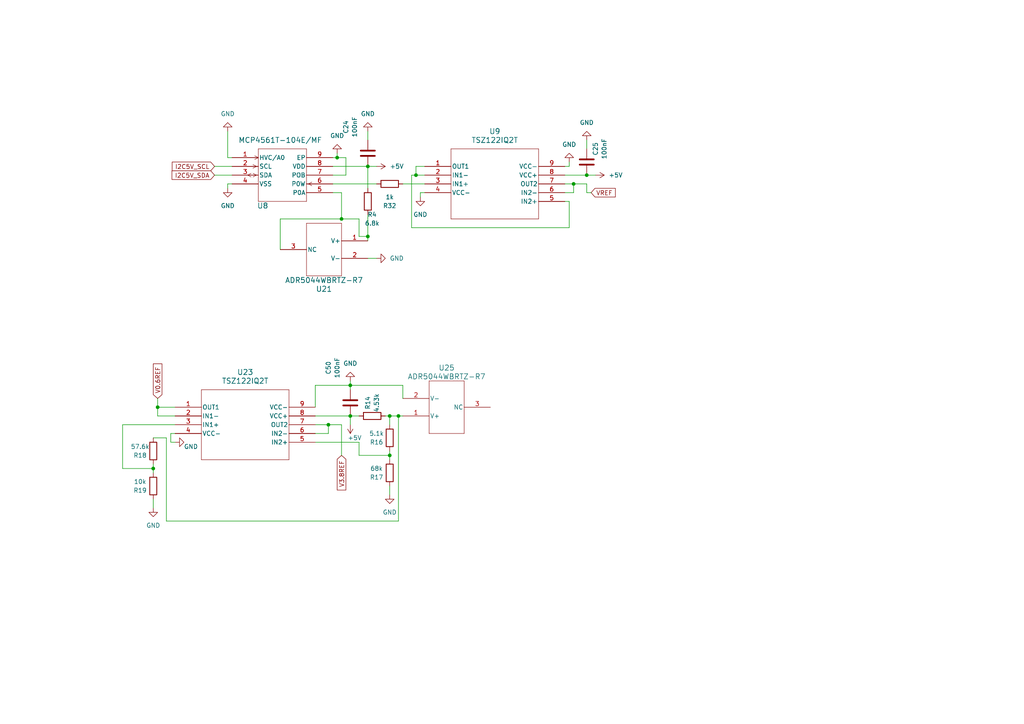
<source format=kicad_sch>
(kicad_sch (version 20230121) (generator eeschema)
  (paper "A4")
  (lib_symbols
    (symbol "0A_ADR5044WBRTZ-R7:ADR5044WBRTZ-R7" (pin_names (offset 0.254))
      (property "Reference" "U" (at 12.7 10.16 0))
      (property "Value" "ADR5044WBRTZ-R7" (at 12.7 7.62 0))
      (symbol "ADR5044WBRTZ-R7_0_1"
        (polyline (pts (xy 7.62 -10.16) (xy 17.78 -10.16)) (stroke (width 0.127)))
        (polyline (pts (xy 7.62 5.08) (xy 7.62 -10.16)) (stroke (width 0.127)))
        (polyline (pts (xy 17.78 -10.16) (xy 17.78 5.08)) (stroke (width 0.127)))
        (polyline (pts (xy 17.78 5.08) (xy 7.62 5.08)) (stroke (width 0.127)))
        (pin unspecified line (at 0 0 0) (length 7.62) (name "V+") (number "1"))
        (pin unspecified line (at 0 -5.08 0) (length 7.62) (name "V-") (number "2"))
        (pin unspecified line (at 25.4 -2.54 180) (length 7.62) (name "NC") (number "3"))
      )
    )
    (symbol "0A_MCP4561T_104E_MF:MCP4561T-104E_MF" (pin_names (offset 0.254))
      (property "Reference" "U6" (at 28.9179 10.16 0))
      (property "Value" "MCP4561T-104E/MF" (at 28.9179 7.62 0))
      (symbol "MCP4561T-104E_MF_0_1"
        (polyline (pts (xy 5.5372 -3.0607) (xy 4.4958 -2.54)) (stroke (width 0.127)))
        (polyline (pts (xy 5.5372 -2.0193) (xy 4.4958 -2.54)) (stroke (width 0.127)))
        (polyline (pts (xy 7.0993 -2.54) (xy 6.0579 -3.0607)) (stroke (width 0.127)))
        (polyline (pts (xy 7.0993 -2.54) (xy 6.0579 -2.0193)) (stroke (width 0.127)))
        (polyline (pts (xy 7.0993 0) (xy 6.0579 -0.5207)) (stroke (width 0.127)))
        (polyline (pts (xy 7.0993 0) (xy 6.0579 0.5207)) (stroke (width 0.127)))
        (polyline (pts (xy 7.62 -10.16) (xy 21.59 -10.16)) (stroke (width 0.127)))
        (polyline (pts (xy 7.62 2.54) (xy 6.5786 2.0193)) (stroke (width 0.127)))
        (polyline (pts (xy 7.62 2.54) (xy 6.5786 3.0607)) (stroke (width 0.127)))
        (polyline (pts (xy 7.62 5.08) (xy 7.62 -10.16)) (stroke (width 0.127)))
        (polyline (pts (xy 21.59 -10.16) (xy 21.59 5.08)) (stroke (width 0.127)))
        (polyline (pts (xy 21.59 5.08) (xy 7.62 5.08)) (stroke (width 0.127)))
        (polyline (pts (xy 22.1107 -5.08) (xy 23.1521 -5.6007)) (stroke (width 0.127)))
        (polyline (pts (xy 22.1107 -5.08) (xy 23.1521 -4.5593)) (stroke (width 0.127)))
        (pin input line (at 0 2.54 0) (length 7.62) (name "HVC/A0") (number "1"))
        (pin input line (at 0 0 0) (length 7.62) (name "SCL") (number "2"))
        (pin bidirectional line (at 0 -2.54 0) (length 7.62) (name "SDA") (number "3"))
        (pin power_in line (at 0 -5.08 0) (length 7.62) (name "VSS") (number "4"))
        (pin unspecified line (at 29.21 -7.62 180) (length 7.62) (name "P0A") (number "5"))
        (pin unspecified line (at 29.21 -5.08 180) (length 7.62) (name "P0W") (number "6"))
        (pin input line (at 29.21 -2.54 180) (length 7.62) (name "POB") (number "7"))
        (pin power_in line (at 29.21 0 180) (length 7.62) (name "VDD") (number "8"))
        (pin unspecified line (at 29.21 2.54 180) (length 7.62) (name "EP") (number "9"))
      )
    )
    (symbol "0A_TSZ122IQ2T:TSZ122IQ2T" (pin_names (offset 0.254))
      (property "Reference" "U" (at 20.32 10.16 0))
      (property "Value" "TSZ122IQ2T" (at 20.32 7.62 0))
      (symbol "TSZ122IQ2T_0_1"
        (polyline (pts (xy 7.62 -15.24) (xy 33.02 -15.24)) (stroke (width 0.127)))
        (polyline (pts (xy 7.62 5.08) (xy 7.62 -15.24)) (stroke (width 0.127)))
        (polyline (pts (xy 33.02 -15.24) (xy 33.02 5.08)) (stroke (width 0.127)))
        (polyline (pts (xy 33.02 5.08) (xy 7.62 5.08)) (stroke (width 0.127)))
        (pin output line (at 0 0 0) (length 7.62) (name "OUT1") (number "1"))
        (pin input line (at 0 -2.54 0) (length 7.62) (name "IN1-") (number "2"))
        (pin input line (at 0 -5.08 0) (length 7.62) (name "IN1+") (number "3"))
        (pin power_in line (at 0 -7.62 0) (length 7.62) (name "VCC-") (number "4"))
        (pin input line (at 40.64 -10.16 180) (length 7.62) (name "IN2+") (number "5"))
        (pin input line (at 40.64 -7.62 180) (length 7.62) (name "IN2-") (number "6"))
        (pin output line (at 40.64 -5.08 180) (length 7.62) (name "OUT2") (number "7"))
        (pin power_in line (at 40.64 -2.54 180) (length 7.62) (name "VCC+") (number "8"))
        (pin power_in line (at 40.64 0 180) (length 7.62) (name "VCC-") (number "9"))
      )
    )
    (symbol "Device:C" (pin_numbers hide) (pin_names (offset 0.254))
      (property "Reference" "C" (at 0.635 2.54 0))
      (property "Value" "C" (at 0.635 -2.54 0))
      (symbol "C_0_1"
        (polyline (pts (xy -2.032 -0.762) (xy 2.032 -0.762)) (stroke (width 0.508)))
        (polyline (pts (xy -2.032 0.762) (xy 2.032 0.762)) (stroke (width 0.508)))
      )
      (symbol "C_1_1"
        (pin passive line (at 0 3.81 270) (length 2.794) (name "~") (number "1"))
        (pin passive line (at 0 -3.81 90) (length 2.794) (name "~") (number "2"))
      )
    )
    (symbol "Device:R" (pin_numbers hide) (pin_names (offset 0))
      (property "Reference" "R" (at 2.032 0 90))
      (property "Value" "R" (at 0 0 90))
      (symbol "R_0_1"
        (rectangle (start -1.016 -2.54) (end 1.016 2.54) (stroke (width 0.254)))
      )
      (symbol "R_1_1"
        (pin passive line (at 0 3.81 270) (length 1.27) (name "~") (number "1"))
        (pin passive line (at 0 -3.81 90) (length 1.27) (name "~") (number "2"))
      )
    )
    (symbol "power:+5V" (power) (pin_names (offset 0))
      (property "Value" "+5V" (at 0 3.556 0))
      (symbol "+5V_0_1"
        (polyline (pts (xy -0.762 1.27) (xy 0 2.54)))
        (polyline (pts (xy 0 0) (xy 0 2.54)))
        (polyline (pts (xy 0 2.54) (xy 0.762 1.27)))
      )
      (symbol "+5V_1_1"
        (pin power_in line (at 0 0 90) (length 0) hide (name "+5V") (number "1"))
      )
    )
    (symbol "power:GND" (power) (pin_names (offset 0))
      (property "Value" "GND" (at 0 -3.81 0))
      (symbol "GND_0_1"
        (polyline (pts (xy 0 0) (xy 0 -1.27) (xy 1.27 -1.27) (xy 0 -2.54) (xy -1.27 -1.27) (xy 0 -1.27)))
      )
      (symbol "GND_1_1"
        (pin power_in line (at 0 0 270) (length 0) hide (name "GND") (number "1"))
      )
    )
  )
  (junction (at 120.65 50.8))
  (junction (at 113.03 132.08))
  (junction (at 166.37 53.34))
  (junction (at 115.57 120.65))
  (junction (at 106.68 48.26))
  (junction (at 106.68 68.58))
  (junction (at 45.72 118.11))
  (junction (at 101.6 120.65))
  (junction (at 170.18 50.8))
  (junction (at 99.06 63.5))
  (junction (at 101.6 111.76))
  (junction (at 95.25 123.19))
  (junction (at 44.45 135.89))
  (junction (at 113.03 120.65))
  (junction (at 97.79 45.72))
  (wire (pts (xy 113.03 120.65) (xy 115.57 120.65)))
  (wire (pts (xy 99.06 123.19) (xy 95.25 123.19)))
  (wire (pts (xy 166.37 55.88) (xy 166.37 53.34)))
  (wire (pts (xy 120.65 50.8) (xy 119.38 50.8)))
  (wire (pts (xy 106.68 48.26) (xy 109.22 48.26)))
  (wire (pts (xy 99.06 132.08) (xy 99.06 123.19)))
  (wire (pts (xy 95.25 123.19) (xy 91.44 123.19)))
  (wire (pts (xy 104.14 132.08) (xy 113.03 132.08)))
  (wire (pts (xy 101.6 120.65) (xy 104.14 120.65)))
  (wire (pts (xy 97.79 45.72) (xy 96.52 45.72)))
  (wire (pts (xy 116.84 53.34) (xy 123.19 53.34)))
  (wire (pts (xy 49.53 128.27) (xy 50.8 128.27)))
  (wire (pts (xy 91.44 120.65) (xy 101.6 120.65)))
  (wire (pts (xy 35.56 135.89) (xy 35.56 123.19)))
  (wire (pts (xy 67.31 45.72) (xy 66.04 45.72)))
  (wire (pts (xy 35.56 135.89) (xy 44.45 135.89)))
  (wire (pts (xy 106.68 74.93) (xy 109.22 74.93)))
  (wire (pts (xy 91.44 125.73) (xy 95.25 125.73)))
  (wire (pts (xy 113.03 140.97) (xy 113.03 143.51)))
  (wire (pts (xy 115.57 120.65) (xy 116.84 120.65)))
  (wire (pts (xy 45.72 118.11) (xy 50.8 118.11)))
  (wire (pts (xy 91.44 111.76) (xy 101.6 111.76)))
  (wire (pts (xy 101.6 110.49) (xy 101.6 111.76)))
  (wire (pts (xy 113.03 130.81) (xy 113.03 132.08)))
  (wire (pts (xy 44.45 144.78) (xy 44.45 147.32)))
  (wire (pts (xy 101.6 111.76) (xy 101.6 113.03)))
  (wire (pts (xy 81.28 72.39) (xy 81.28 63.5)))
  (wire (pts (xy 165.1 58.42) (xy 163.83 58.42)))
  (wire (pts (xy 113.03 120.65) (xy 113.03 123.19)))
  (wire (pts (xy 100.33 50.8) (xy 100.33 45.72)))
  (wire (pts (xy 170.18 55.88) (xy 170.18 53.34)))
  (wire (pts (xy 165.1 66.04) (xy 165.1 58.42)))
  (wire (pts (xy 99.06 55.88) (xy 99.06 63.5)))
  (wire (pts (xy 106.68 68.58) (xy 106.68 69.85)))
  (wire (pts (xy 119.38 50.8) (xy 119.38 66.04)))
  (wire (pts (xy 50.8 120.65) (xy 45.72 120.65)))
  (wire (pts (xy 101.6 120.65) (xy 101.6 123.19)))
  (wire (pts (xy 163.83 50.8) (xy 170.18 50.8)))
  (wire (pts (xy 66.04 38.1) (xy 66.04 45.72)))
  (wire (pts (xy 96.52 50.8) (xy 100.33 50.8)))
  (wire (pts (xy 116.84 111.76) (xy 101.6 111.76)))
  (wire (pts (xy 104.14 63.5) (xy 104.14 68.58)))
  (wire (pts (xy 120.65 50.8) (xy 120.65 48.26)))
  (wire (pts (xy 44.45 135.89) (xy 44.45 137.16)))
  (wire (pts (xy 96.52 48.26) (xy 106.68 48.26)))
  (wire (pts (xy 104.14 68.58) (xy 106.68 68.58)))
  (wire (pts (xy 100.33 45.72) (xy 97.79 45.72)))
  (wire (pts (xy 171.45 55.88) (xy 170.18 55.88)))
  (wire (pts (xy 49.53 125.73) (xy 49.53 128.27)))
  (wire (pts (xy 106.68 48.26) (xy 106.68 54.61)))
  (wire (pts (xy 170.18 40.64) (xy 170.18 43.18)))
  (wire (pts (xy 123.19 55.88) (xy 121.92 55.88)))
  (wire (pts (xy 91.44 128.27) (xy 104.14 128.27)))
  (wire (pts (xy 165.1 46.99) (xy 165.1 48.26)))
  (wire (pts (xy 104.14 128.27) (xy 104.14 132.08)))
  (wire (pts (xy 96.52 53.34) (xy 109.22 53.34)))
  (wire (pts (xy 106.68 62.23) (xy 106.68 68.58)))
  (wire (pts (xy 97.79 44.45) (xy 97.79 45.72)))
  (wire (pts (xy 62.23 48.26) (xy 67.31 48.26)))
  (wire (pts (xy 44.45 134.62) (xy 44.45 135.89)))
  (wire (pts (xy 116.84 115.57) (xy 116.84 111.76)))
  (wire (pts (xy 115.57 151.13) (xy 115.57 120.65)))
  (wire (pts (xy 121.92 55.88) (xy 121.92 57.15)))
  (wire (pts (xy 48.26 151.13) (xy 115.57 151.13)))
  (wire (pts (xy 113.03 132.08) (xy 113.03 133.35)))
  (wire (pts (xy 120.65 48.26) (xy 123.19 48.26)))
  (wire (pts (xy 66.04 53.34) (xy 66.04 54.61)))
  (wire (pts (xy 95.25 125.73) (xy 95.25 123.19)))
  (wire (pts (xy 50.8 125.73) (xy 49.53 125.73)))
  (wire (pts (xy 170.18 53.34) (xy 166.37 53.34)))
  (wire (pts (xy 48.26 127) (xy 48.26 151.13)))
  (wire (pts (xy 123.19 50.8) (xy 120.65 50.8)))
  (wire (pts (xy 170.18 50.8) (xy 172.72 50.8)))
  (wire (pts (xy 111.76 120.65) (xy 113.03 120.65)))
  (wire (pts (xy 163.83 55.88) (xy 166.37 55.88)))
  (wire (pts (xy 165.1 48.26) (xy 163.83 48.26)))
  (wire (pts (xy 99.06 63.5) (xy 104.14 63.5)))
  (wire (pts (xy 91.44 118.11) (xy 91.44 111.76)))
  (wire (pts (xy 119.38 66.04) (xy 165.1 66.04)))
  (wire (pts (xy 44.45 127) (xy 48.26 127)))
  (wire (pts (xy 166.37 53.34) (xy 163.83 53.34)))
  (wire (pts (xy 67.31 53.34) (xy 66.04 53.34)))
  (wire (pts (xy 45.72 120.65) (xy 45.72 118.11)))
  (wire (pts (xy 96.52 55.88) (xy 99.06 55.88)))
  (wire (pts (xy 106.68 38.1) (xy 106.68 40.64)))
  (wire (pts (xy 35.56 123.19) (xy 50.8 123.19)))
  (wire (pts (xy 62.23 50.8) (xy 67.31 50.8)))
  (wire (pts (xy 81.28 63.5) (xy 99.06 63.5)))
  (wire (pts (xy 45.72 115.57) (xy 45.72 118.11)))
  (global_label "I2C5V_SCL" (shape input) (at 62.23 48.26 180) (property "Intersheetrefs" "${INTERSHEET_REFS}" (effects hide)))
  (global_label "I2C5V_SDA" (shape input) (at 62.23 50.8 180) (property "Intersheetrefs" "${INTERSHEET_REFS}" (effects hide)))
  (global_label "VREF" (shape input) (at 171.45 55.88 0) (property "Intersheetrefs" "${INTERSHEET_REFS}" (effects hide)))
  (global_label "V3.8REF" (shape input) (at 99.06 132.08 270) (property "Intersheetrefs" "${INTERSHEET_REFS}" (effects hide)))
  (global_label "V0.6REF" (shape input) (at 45.72 115.57 90) (property "Intersheetrefs" "${INTERSHEET_REFS}" (effects hide)))
  (symbol (lib_id "power:GND") (at 109.22 74.93 90) (unit 1)
    (property "Reference" "#PWR083" (effects hide))
    (property "Value" "GND" (at 113.03 74.93 90) (effects (justify right)))
  )
  (symbol (lib_id "power:GND") (at 106.68 38.1 180) (unit 1)
    (property "Reference" "#PWR051" (effects hide))
    (property "Value" "GND" (at 106.68 33.02 0))
  )
  (symbol (lib_id "Device:C") (at 106.68 44.45 180) (unit 1)
    (property "Reference" "C24" (at 100.33 36.83 90))
    (property "Value" "100nF" (at 102.87 36.83 90))
    (property "Footprint" "Capacitor_SMD:C_0805_2012Metric" (effects hide))
  )
  (symbol (lib_id "Device:C") (at 170.18 46.99 180) (unit 1)
    (property "Reference" "C25" (at 172.72 43.18 90))
    (property "Value" "100nF" (at 175.26 43.18 90))
    (property "Footprint" "Capacitor_SMD:C_0805_2012Metric" (effects hide))
  )
  (symbol (lib_id "power:GND") (at 66.04 38.1 180) (unit 1)
    (property "Reference" "#PWR010" (effects hide))
    (property "Value" "GND" (at 66.04 33.02 0))
  )
  (symbol (lib_id "0A_ADR5044WBRTZ-R7:ADR5044WBRTZ-R7") (at 116.84 120.65 0) (mirror x) (unit 1)
    (property "Reference" "U25" (at 129.54 106.68 0) (effects (font (size 1.524 1.524))))
    (property "Value" "ADR5044WBRTZ-R7" (at 129.54 109.22 0) (effects (font (size 1.524 1.524))))
    (property "Footprint" "0A_ADR5044WBRTZ-R7:RT_3_ADI" (effects hide))
    (property "Datasheet" "ADR5044WBRTZ-R7" (effects hide))
  )
  (symbol (lib_id "0A_MCP4561T_104E_MF:MCP4561T-104E_MF") (at 67.31 48.26 0) (unit 1)
    (property "Reference" "U8" (at 76.2 59.69 0) (effects (font (size 1.524 1.524))))
    (property "Value" "MCP4561T-104E/MF" (at 81.28 40.64 0) (effects (font (size 1.524 1.524))))
    (property "Footprint" "DFN8_3x3MC_MCH" (effects hide))
    (property "Datasheet" "MCP4561T-104E/MF" (effects hide))
  )
  (symbol (lib_id "power:GND") (at 121.92 57.15 0) (unit 1)
    (property "Reference" "#PWR053" (effects hide))
    (property "Value" "GND" (at 121.92 62.23 0))
  )
  (symbol (lib_id "power:GND") (at 113.03 143.51 0) (unit 1)
    (property "Reference" "#PWR022" (effects hide))
    (property "Value" "GND" (at 113.03 148.59 0))
  )
  (symbol (lib_id "power:+5V") (at 109.22 48.26 270) (unit 1)
    (property "Reference" "#PWR052" (effects hide))
    (property "Value" "+5V" (at 113.03 48.26 90) (effects (justify left)))
  )
  (symbol (lib_id "Device:R") (at 113.03 137.16 0) (unit 1)
    (property "Reference" "R17" (at 109.22 138.43 0))
    (property "Value" "68k" (at 109.22 135.89 0))
    (property "Footprint" "Resistor_SMD:R_0805_2012Metric" (effects hide))
  )
  (symbol (lib_id "power:GND") (at 44.45 147.32 0) (unit 1)
    (property "Reference" "#PWR024" (effects hide))
    (property "Value" "GND" (at 44.45 152.4 0))
  )
  (symbol (lib_id "power:GND") (at 101.6 110.49 180) (unit 1)
    (property "Reference" "#PWR021" (effects hide))
    (property "Value" "GND" (at 101.6 105.41 0))
  )
  (symbol (lib_id "power:+5V") (at 101.6 123.19 180) (unit 1)
    (property "Reference" "#PWR025" (effects hide))
    (property "Value" "+5V" (at 102.87 127 0))
  )
  (symbol (lib_id "0A_ADR5044WBRTZ-R7:ADR5044WBRTZ-R7") (at 106.68 69.85 0) (mirror y) (unit 1)
    (property "Reference" "U21" (at 93.98 83.82 0) (effects (font (size 1.524 1.524))))
    (property "Value" "ADR5044WBRTZ-R7" (at 93.98 81.28 0) (effects (font (size 1.524 1.524))))
    (property "Footprint" "0A_ADR5044WBRTZ-R7:RT_3_ADI" (effects hide))
    (property "Datasheet" "ADR5044WBRTZ-R7" (effects hide))
  )
  (symbol (lib_id "Device:R") (at 113.03 127 0) (unit 1)
    (property "Reference" "R16" (at 109.22 128.27 0))
    (property "Value" "5.1k" (at 109.22 125.73 0))
    (property "Footprint" "Resistor_SMD:R_0805_2012Metric" (effects hide))
  )
  (symbol (lib_id "0A_TSZ122IQ2T:TSZ122IQ2T") (at 50.8 118.11 0) (unit 1)
    (property "Reference" "U23" (at 71.12 107.95 0) (effects (font (size 1.524 1.524))))
    (property "Value" "TSZ122IQ2T" (at 71.12 110.49 0) (effects (font (size 1.524 1.524))))
    (property "Footprint" "0A_TSZ122IQ2T:DFN8_2X2_NB_STM" (effects hide))
    (property "Datasheet" "TSZ122IQ2T" (effects hide))
  )
  (symbol (lib_id "Device:C") (at 101.6 116.84 180) (unit 1)
    (property "Reference" "C50" (at 95.25 106.68 90))
    (property "Value" "100nF" (at 97.79 106.68 90))
    (property "Footprint" "Capacitor_SMD:C_0805_2012Metric" (effects hide))
  )
  (symbol (lib_id "Device:R") (at 107.95 120.65 270) (unit 1)
    (property "Reference" "R14" (at 106.68 116.84 0))
    (property "Value" "4.53k" (at 109.22 116.84 0))
    (property "Footprint" "Resistor_SMD:R_0805_2012Metric" (effects hide))
  )
  (symbol (lib_id "power:GND") (at 50.8 128.27 90) (unit 1)
    (property "Reference" "#PWR023" (effects hide))
    (property "Value" "GND" (at 53.34 129.54 90) (effects (justify right)))
  )
  (symbol (lib_id "Device:R") (at 113.03 53.34 90) (mirror x) (unit 1)
    (property "Reference" "R32" (at 113.03 59.69 90))
    (property "Value" "1k" (at 113.03 57.15 90))
    (property "Footprint" "Resistor_SMD:R_0805_2012Metric" (effects hide))
  )
  (symbol (lib_id "0A_TSZ122IQ2T:TSZ122IQ2T") (at 123.19 48.26 0) (unit 1)
    (property "Reference" "U9" (at 143.51 38.1 0) (effects (font (size 1.524 1.524))))
    (property "Value" "TSZ122IQ2T" (at 143.51 40.64 0) (effects (font (size 1.524 1.524))))
    (property "Footprint" "0A_TSZ122IQ2T:DFN8_2X2_NB_STM" (effects hide))
    (property "Datasheet" "TSZ122IQ2T" (effects hide))
  )
  (symbol (lib_id "power:GND") (at 66.04 54.61 0) (unit 1)
    (property "Reference" "#PWR049" (effects hide))
    (property "Value" "GND" (at 66.04 59.69 0))
  )
  (symbol (lib_id "Device:R") (at 106.68 58.42 180) (unit 1)
    (property "Reference" "R4" (at 107.95 62.23 0))
    (property "Value" "6.8k" (at 107.95 64.77 0))
    (property "Footprint" "Resistor_SMD:R_0805_2012Metric" (effects hide))
  )
  (symbol (lib_id "power:+5V") (at 172.72 50.8 270) (unit 1)
    (property "Reference" "#PWR056" (effects hide))
    (property "Value" "+5V" (at 176.53 50.8 90) (effects (justify left)))
  )
  (symbol (lib_id "power:GND") (at 170.18 40.64 180) (unit 1)
    (property "Reference" "#PWR055" (effects hide))
    (property "Value" "GND" (at 170.18 35.56 0))
  )
  (symbol (lib_id "power:GND") (at 165.1 46.99 180) (unit 1)
    (property "Reference" "#PWR054" (effects hide))
    (property "Value" "GND" (at 165.1 41.91 0))
  )
  (symbol (lib_id "Device:R") (at 44.45 130.81 0) (unit 1)
    (property "Reference" "R18" (at 40.64 132.08 0))
    (property "Value" "57.6k" (at 40.64 129.54 0))
    (property "Footprint" "Resistor_SMD:R_0805_2012Metric" (effects hide))
  )
  (symbol (lib_id "power:GND") (at 97.79 44.45 180) (unit 1)
    (property "Reference" "#PWR050" (effects hide))
    (property "Value" "GND" (at 97.79 39.37 0))
  )
  (symbol (lib_id "Device:R") (at 44.45 140.97 0) (unit 1)
    (property "Reference" "R19" (at 40.64 142.24 0))
    (property "Value" "10k" (at 40.64 139.7 0))
    (property "Footprint" "Resistor_SMD:R_0805_2012Metric" (effects hide))
  )
)
</source>
